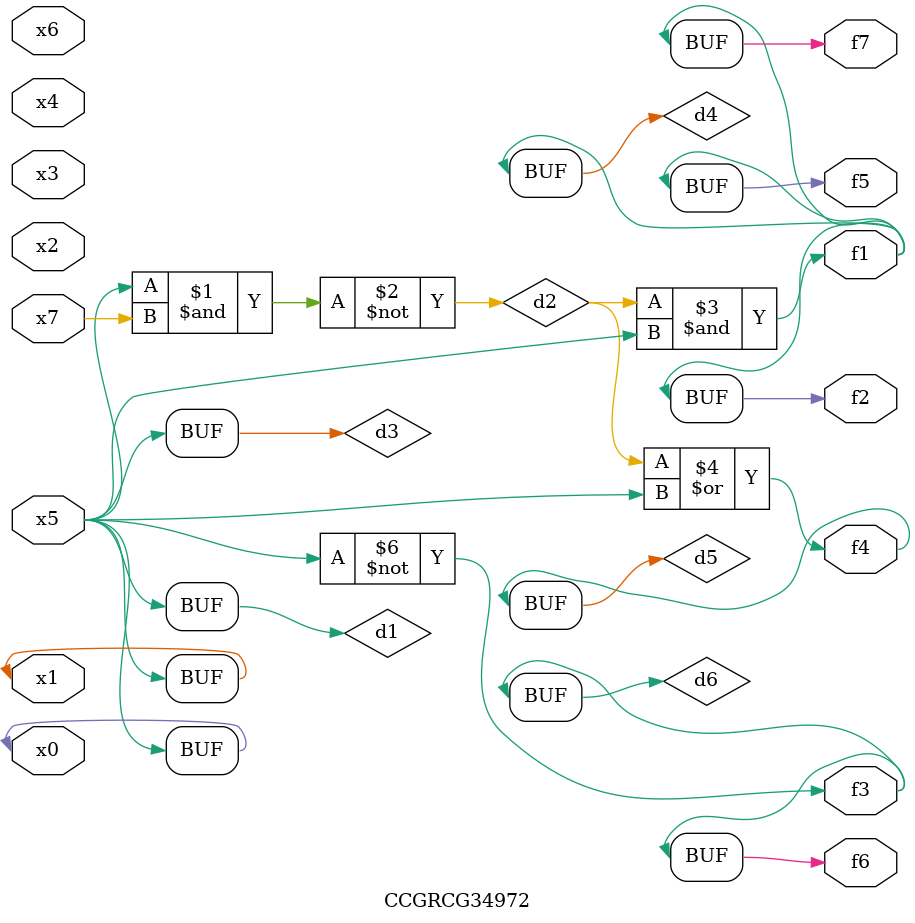
<source format=v>
module CCGRCG34972(
	input x0, x1, x2, x3, x4, x5, x6, x7,
	output f1, f2, f3, f4, f5, f6, f7
);

	wire d1, d2, d3, d4, d5, d6;

	buf (d1, x0, x5);
	nand (d2, x5, x7);
	buf (d3, x0, x1);
	and (d4, d2, d3);
	or (d5, d2, d3);
	nor (d6, d1, d3);
	assign f1 = d4;
	assign f2 = d4;
	assign f3 = d6;
	assign f4 = d5;
	assign f5 = d4;
	assign f6 = d6;
	assign f7 = d4;
endmodule

</source>
